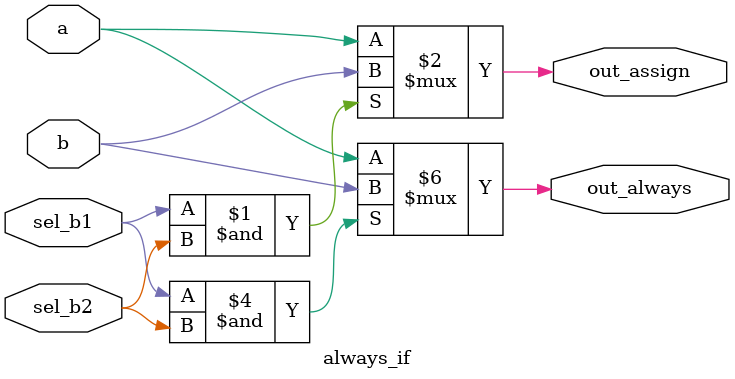
<source format=v>
module always_if(
	input a,
	input b,
	input sel_b1,
	input sel_b2,
	output wire out_assign,
	output reg out_always
);
	// 2-1 mux: output b if sel_b1 & sel_b2, a otherwise
	
	// continuous assignment using ternary operator
	assign out_assign = (sel_b1 & sel_b2) ? b : a;
	
	// procedural assignment using if
	always @(*) begin
		if (sel_b1 & sel_b2)
			out_always = b;
		else
			out_always = a;
	end
	
endmodule

</source>
